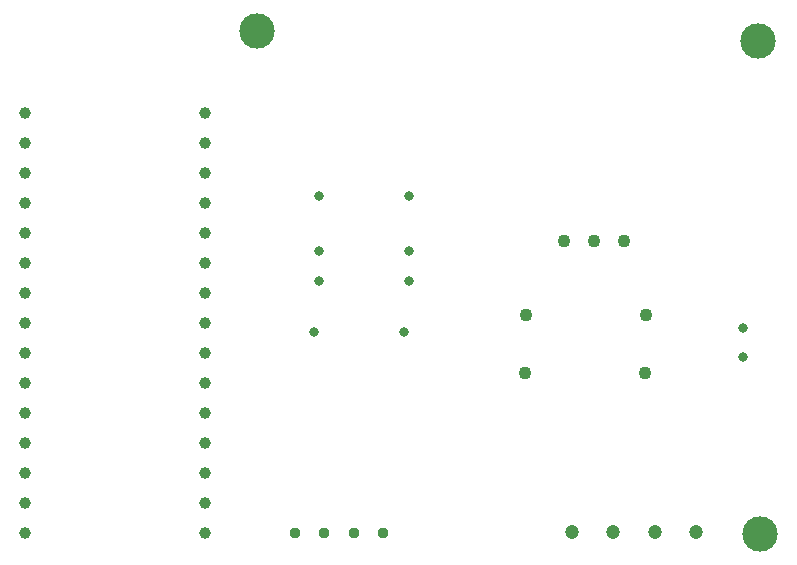
<source format=gbr>
%TF.GenerationSoftware,KiCad,Pcbnew,8.0.7*%
%TF.CreationDate,2025-07-22T20:12:13+09:00*%
%TF.ProjectId,Arduino magnetic gate,41726475-696e-46f2-906d-61676e657469,rev?*%
%TF.SameCoordinates,Original*%
%TF.FileFunction,Plated,1,2,PTH,Drill*%
%TF.FilePolarity,Positive*%
%FSLAX46Y46*%
G04 Gerber Fmt 4.6, Leading zero omitted, Abs format (unit mm)*
G04 Created by KiCad (PCBNEW 8.0.7) date 2025-07-22 20:12:13*
%MOMM*%
%LPD*%
G01*
G04 APERTURE LIST*
%TA.AperFunction,ComponentDrill*%
%ADD10C,0.800000*%
%TD*%
%TA.AperFunction,ComponentDrill*%
%ADD11C,0.950000*%
%TD*%
%TA.AperFunction,ComponentDrill*%
%ADD12C,1.000000*%
%TD*%
%TA.AperFunction,ComponentDrill*%
%ADD13C,1.100000*%
%TD*%
%TA.AperFunction,ComponentDrill*%
%ADD14C,1.200000*%
%TD*%
%TA.AperFunction,ViaDrill*%
%ADD15C,3.000000*%
%TD*%
G04 APERTURE END LIST*
D10*
%TO.C,R1*%
X186232800Y-110794800D03*
%TO.C,R2*%
X186639200Y-99237800D03*
%TO.C,U1*%
X186654200Y-103891000D03*
X186654200Y-106431000D03*
%TO.C,R1*%
X193852800Y-110794800D03*
%TO.C,R2*%
X194259200Y-99237800D03*
%TO.C,U1*%
X194274200Y-103891000D03*
X194274200Y-106431000D03*
%TO.C,C1*%
X222504000Y-110428400D03*
X222504000Y-112928400D03*
D11*
%TO.C,J2*%
X184574800Y-127787400D03*
X187074800Y-127787400D03*
X189574800Y-127787400D03*
X192074800Y-127787400D03*
D12*
%TO.C,A1*%
X161731800Y-92278200D03*
X161731800Y-94818200D03*
X161731800Y-97358200D03*
X161731800Y-99898200D03*
X161731800Y-102438200D03*
X161731800Y-104978200D03*
X161731800Y-107518200D03*
X161731800Y-110058200D03*
X161731800Y-112598200D03*
X161731800Y-115138200D03*
X161731800Y-117678200D03*
X161731800Y-120218200D03*
X161731800Y-122758200D03*
X161731800Y-125298200D03*
X161731800Y-127838200D03*
X176971800Y-92278200D03*
X176971800Y-94818200D03*
X176971800Y-97358200D03*
X176971800Y-99898200D03*
X176971800Y-102438200D03*
X176971800Y-104978200D03*
X176971800Y-107518200D03*
X176971800Y-110058200D03*
X176971800Y-112598200D03*
X176971800Y-115138200D03*
X176971800Y-117678200D03*
X176971800Y-120218200D03*
X176971800Y-122758200D03*
X176971800Y-125298200D03*
X176971800Y-127838200D03*
D13*
%TO.C,D2*%
X204089000Y-114274600D03*
%TO.C,D1*%
X204190600Y-109372400D03*
%TO.C,Q2*%
X207391000Y-103057600D03*
X209931000Y-103057600D03*
X212471000Y-103057600D03*
%TO.C,D2*%
X214249000Y-114274600D03*
%TO.C,D1*%
X214350600Y-109372400D03*
D14*
%TO.C,J1*%
X208041600Y-127685800D03*
X211541600Y-127685800D03*
X215041600Y-127685800D03*
X218541600Y-127685800D03*
%TD*%
D15*
X181356000Y-85293200D03*
X223824800Y-86131400D03*
X224003800Y-127877500D03*
M02*

</source>
